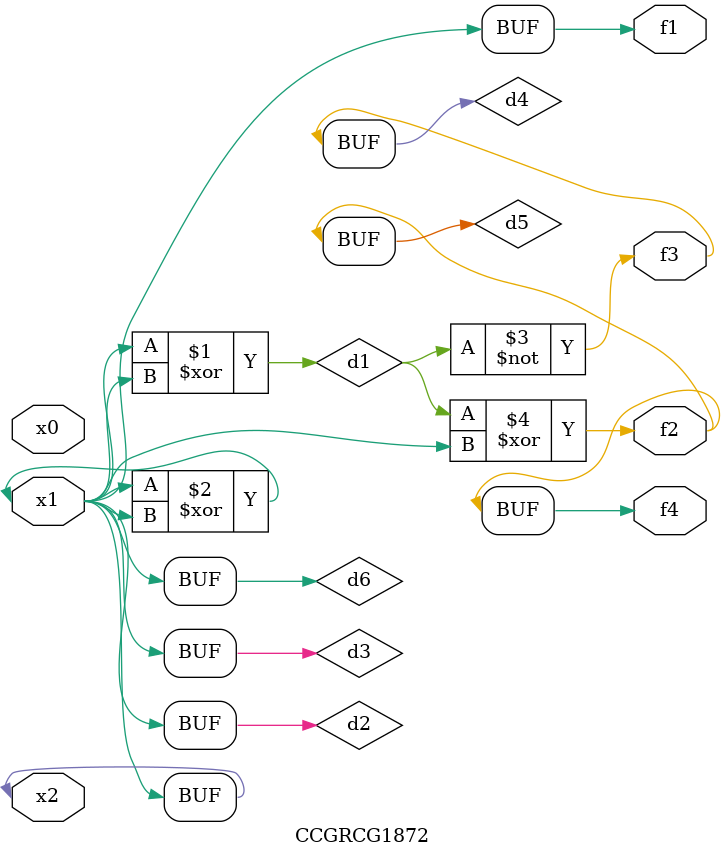
<source format=v>
module CCGRCG1872(
	input x0, x1, x2,
	output f1, f2, f3, f4
);

	wire d1, d2, d3, d4, d5, d6;

	xor (d1, x1, x2);
	buf (d2, x1, x2);
	xor (d3, x1, x2);
	nor (d4, d1);
	xor (d5, d1, d2);
	buf (d6, d2, d3);
	assign f1 = d6;
	assign f2 = d5;
	assign f3 = d4;
	assign f4 = d5;
endmodule

</source>
